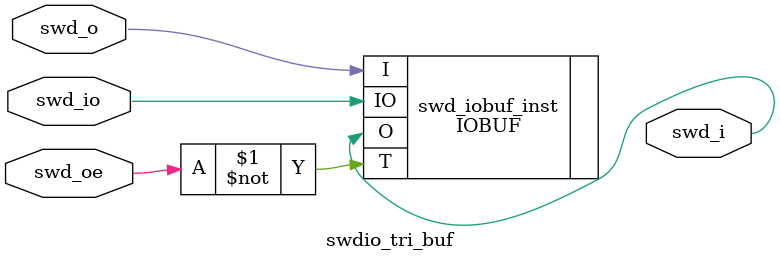
<source format=v>
module swdio_tri_buf (
    input  swd_o,
    output swd_i,
    input  swd_oe,

    inout swd_io
);

  //Ô­Óï
  IOBUF swd_iobuf_inst (
      .O (swd_i),
      .I (swd_o),
      .IO(swd_io),

      .T(~swd_oe)  //T=1£ºÆ¬Íâµ½Æ¬ÄÚ£¬0£ºÆ¬ÄÚµ½Æ¬Íâ
  );

endmodule

</source>
